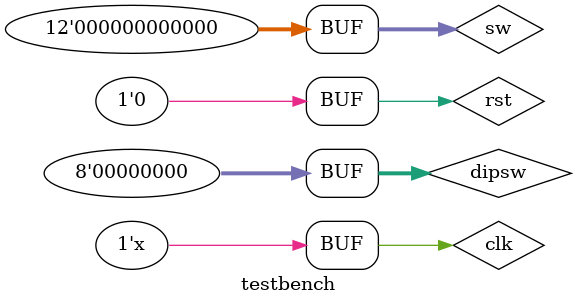
<source format=v>
`timescale 10ns / 100ps

module testbench();
reg [11:0] sw;
reg [7:0] dipsw;
reg rst, clk;
wire [3:0] led;
wire [7:0] seg;

wire lcd_e, lcd_rs, lcd_rw;
wire [7:0] lcd_data;

calculator2 u1(sw, dipsw, rst, clk, led, seg, lcd_e, lcd_rs, lcd_rw, lcd_data);
initial begin
    rst = 1; clk = 0; sw = 12'b0000_0000_0000; dipsw = 8'b0000_0000;
    #5 rst = 0;
end

always #0.25 clk = ~clk;

endmodule

</source>
